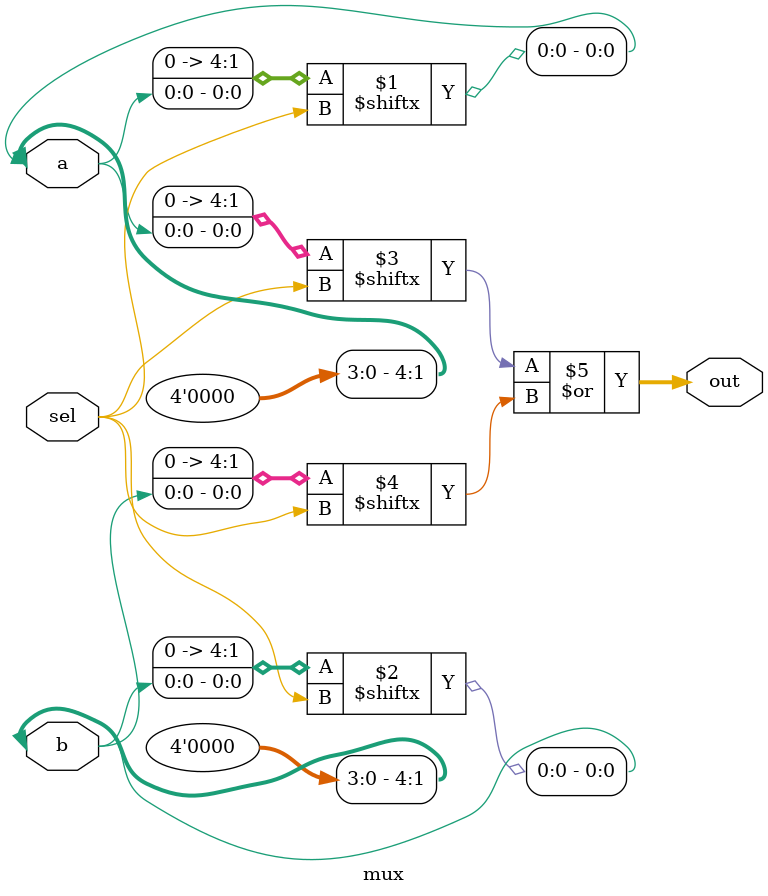
<source format=v>
module mux( 
input [4:0] a, b,
input sel,
output [4:0] out );
// When sel=0, assign a to out. 
// When sel=1, assign b to out.

wire [4:0] c;

assign a[4:0] = a[sel];
assign b[4:0] = b[sel];
assign out[4:0] = a[sel] | b[sel];

endmodule

</source>
